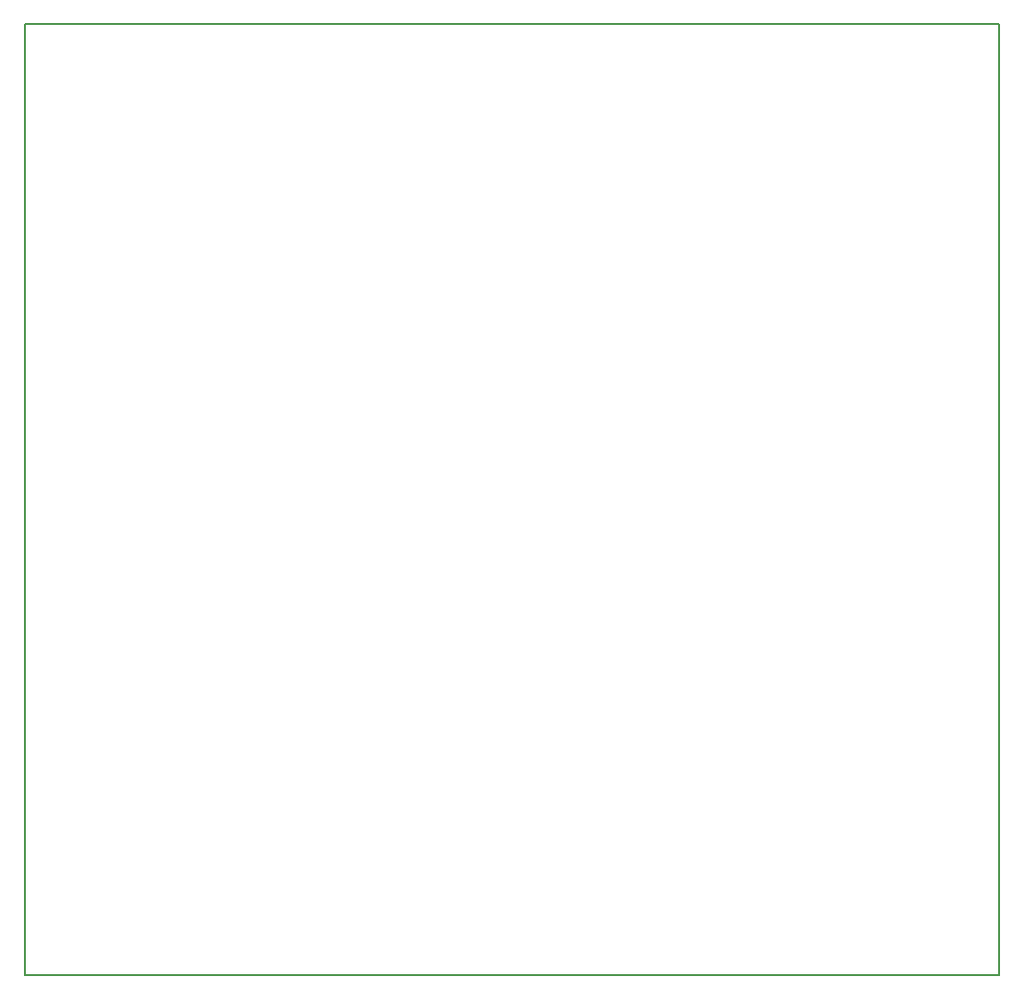
<source format=gm1>
G04 #@! TF.GenerationSoftware,KiCad,Pcbnew,(6.0.1)*
G04 #@! TF.CreationDate,2022-01-24T21:39:17-03:00*
G04 #@! TF.ProjectId,ice-adq,6963652d-6164-4712-9e6b-696361645f70,1.0*
G04 #@! TF.SameCoordinates,Original*
G04 #@! TF.FileFunction,Profile,NP*
%FSLAX46Y46*%
G04 Gerber Fmt 4.6, Leading zero omitted, Abs format (unit mm)*
G04 Created by KiCad (PCBNEW (6.0.1)) date 2022-01-24 21:39:17*
%MOMM*%
%LPD*%
G01*
G04 APERTURE LIST*
G04 #@! TA.AperFunction,Profile*
%ADD10C,0.150000*%
G04 #@! TD*
G04 APERTURE END LIST*
D10*
X150000000Y-190000000D02*
X64000000Y-190000000D01*
X150000000Y-106000000D02*
X150000000Y-190000000D01*
X64000000Y-106000000D02*
X150000000Y-106000000D01*
X64000000Y-190000000D02*
X64000000Y-106000000D01*
M02*

</source>
